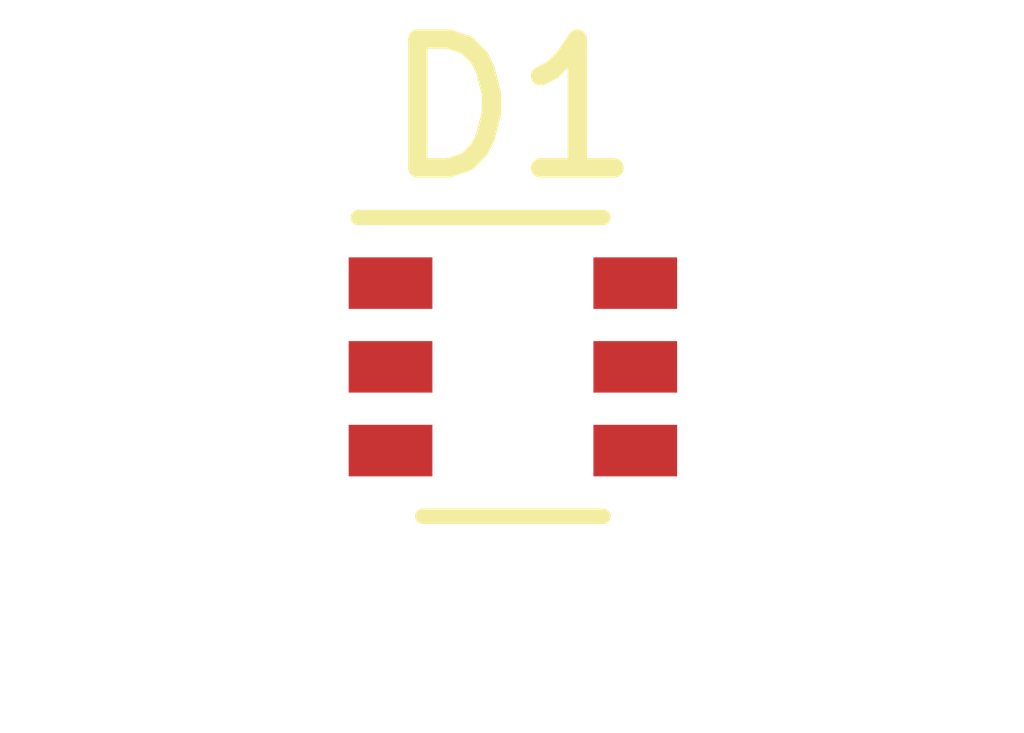
<source format=kicad_pcb>
(kicad_pcb (version 20211014) (generator pcbnew)
  (layers (0 "F.Cu" signal) (31 "B.Cu" signal) (34 "B.Paste" user) (35 "F.Paste" user) (36 "B.SilkS" user "B.Silkscreen") (37 "F.SilkS" user "F.Silkscreen") (38 "B.Mask" user) (39 "F.Mask" user) (44 "Edge.Cuts" user))
  (net 0 "")
  (net 1 "VEE")
  (net 2 "/Atternuator/OUT-")
  (net 3 "VCC")
  (net 4 "/Atternuator/OUT+")
  (footprint "Package_TO_SOT_SMD:SOT-363_SC-70-6" (layer "F.Cu") (at 199.237 64.417)
    (fp_text reference "D1" (at 0 -2) (layer "F.SilkS"))
    (fp_text value "BAV199DW")
    (fp_line (start -0.7 1.16) (end 0.7 1.16) (layer "F.SilkS") (width 0.12))
    (fp_line (start 0.7 -1.16) (end -1.2 -1.16) (layer "F.SilkS") (width 0.12))
    (pad "1" smd rect locked (at -0.95 -0.65) (size 0.65 0.4) (layers "F.Cu" "F.Paste" "F.Mask") (net 1 "VEE"))
    (pad "2" smd rect locked (at -0.95 0) (size 0.65 0.4) (layers "F.Cu" "F.Paste" "F.Mask") (net 3 "VCC"))
    (pad "3" smd rect locked (at -0.95 0.65) (size 0.65 0.4) (layers "F.Cu" "F.Paste" "F.Mask") (net 2 "/Atternuator/OUT-"))
    (pad "4" smd rect locked (at 0.95 0.65) (size 0.65 0.4) (layers "F.Cu" "F.Paste" "F.Mask") (net 1 "VEE"))
    (pad "5" smd rect locked (at 0.95 0) (size 0.65 0.4) (layers "F.Cu" "F.Paste" "F.Mask") (net 3 "VCC"))
    (pad "6" smd rect locked (at 0.95 -0.65) (size 0.65 0.4) (layers "F.Cu" "F.Paste" "F.Mask") (net 4 "/Atternuator/OUT+"))
  )
)
</source>
